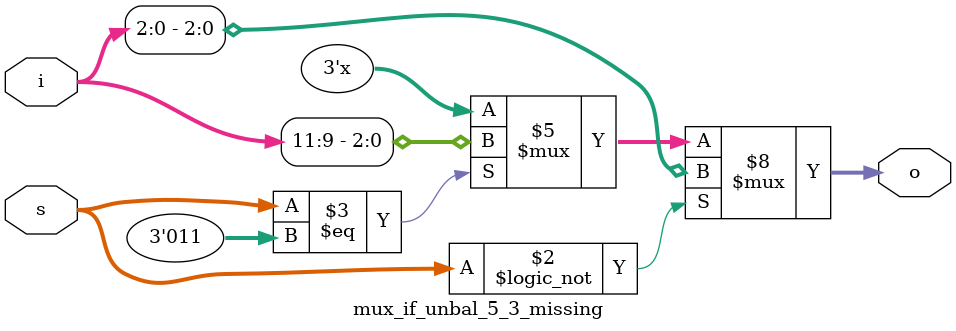
<source format=v>
module mux_if_unbal_4_1 #(parameter N=4, parameter W=1) (input [N*W-1:0] i, input [$clog2(N)-1:0] s, output reg [W-1:0] o);
always @*
    if (s == 0) o <= i[0*W+:W];
    else if (s == 1) o <= i[1*W+:W];
    else if (s == 2) o <= i[2*W+:W];
    else if (s == 3) o <= i[3*W+:W];
    else o <= {W{1'bx}};

endmodule

module mux_if_unbal_5_3 #(parameter N=5, parameter W=3) (input [N*W-1:0] i, input [$clog2(N)-1:0] s, output reg [W-1:0] o);
always @* begin
    o <= {W{1'bx}};
    if (s == 0) o <= i[0*W+:W];
    if (s == 1) o <= i[1*W+:W];
    if (s == 2) o <= i[2*W+:W];
    if (s == 3) o <= i[3*W+:W];
    if (s == 4) o <= i[4*W+:W];
end

endmodule

module mux_if_unbal_5_3_invert #(parameter N=5, parameter W=3) (input [N*W-1:0] i, input [$clog2(N)-1:0] s, output reg [W-1:0] o);
always @*
    if (s != 0) 
	   	if (s != 1) 
			if (s != 2)
				if (s != 3)
					if (s != 4) o <= i[4*W+:W];
					else o <= i[0*W+:W];
				else o <= i[3*W+:W];
			else o <= i[2*W+:W];
		else o <= i[1*W+:W];
    else o <= {W{1'bx}};

endmodule

module mux_if_unbal_5_3_width_mismatch #(parameter N=5, parameter W=3) (input [N*W-1:0] i, input [$clog2(N)-1:0] s, output reg [W-1:0] o);
always @* begin
    o <= {W{1'bx}};
    if (s == 0) o <= i[0*W+:W];
    if (s == 1) o <= i[1*W+:W];
    if (s == 2) o[W-2:0] <= i[2*W+:W-1];
    if (s == 3) o <= i[3*W+:W];
    if (s == 4) o <= i[4*W+:W];
end

endmodule

module mux_if_unbal_5_3_missing #(parameter N=5, parameter W=3) (input [N*W-1:0] i, input [$clog2(N)-1:0] s, output reg [W-1:0] o);
always @* begin
    if (s == 0) o <= i[0*W+:W];
//    else if (s == 1) o <= i[1*W+:W];
//    else if (s == 2) o <= i[2*W+:W];
    else if (s == 3) o <= i[3*W+:W];
    else o <= {W{1'bx}};
end

endmodule

</source>
